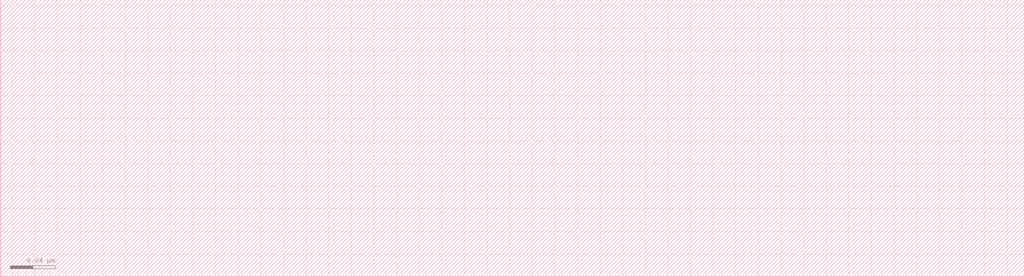
<source format=lef>
VERSION 5.7 ;
  NOWIREEXTENSIONATPIN ON ;
  DIVIDERCHAR "/" ;
  BUSBITCHARS "[]" ;
MACRO sky130_fd_bd_sram__openram_sp_cell_fom_serifs
  CLASS BLOCK ;
  FOREIGN sky130_fd_bd_sram__openram_sp_cell_fom_serifs ;
  ORIGIN -0.070 0.000 ;
  SIZE 0.905 BY 0.245 ;
END sky130_fd_bd_sram__openram_sp_cell_fom_serifs
END LIBRARY


</source>
